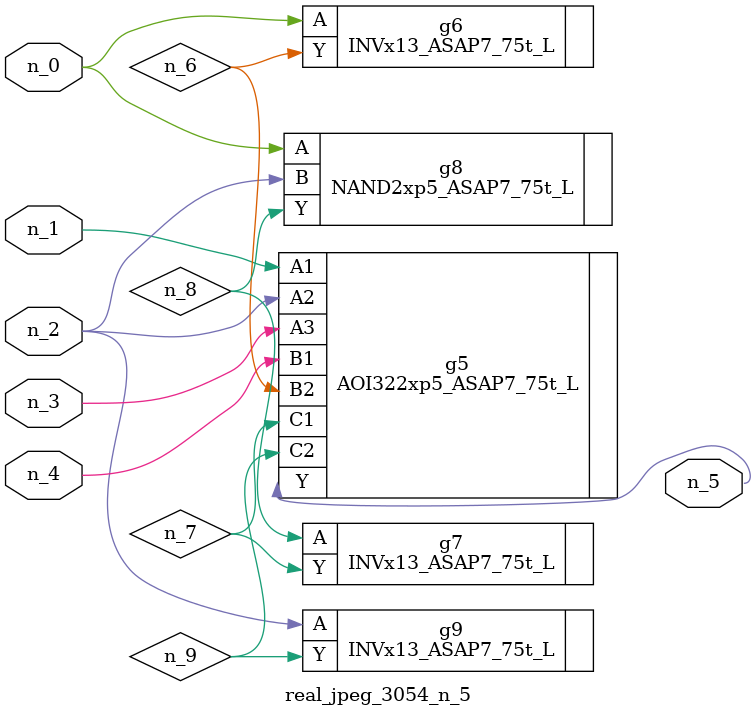
<source format=v>
module real_jpeg_3054_n_5 (n_4, n_0, n_1, n_2, n_3, n_5);

input n_4;
input n_0;
input n_1;
input n_2;
input n_3;

output n_5;

wire n_8;
wire n_6;
wire n_7;
wire n_9;

INVx13_ASAP7_75t_L g6 ( 
.A(n_0),
.Y(n_6)
);

NAND2xp5_ASAP7_75t_L g8 ( 
.A(n_0),
.B(n_2),
.Y(n_8)
);

AOI322xp5_ASAP7_75t_L g5 ( 
.A1(n_1),
.A2(n_2),
.A3(n_3),
.B1(n_4),
.B2(n_6),
.C1(n_7),
.C2(n_9),
.Y(n_5)
);

INVx13_ASAP7_75t_L g9 ( 
.A(n_2),
.Y(n_9)
);

INVx13_ASAP7_75t_L g7 ( 
.A(n_8),
.Y(n_7)
);


endmodule
</source>
